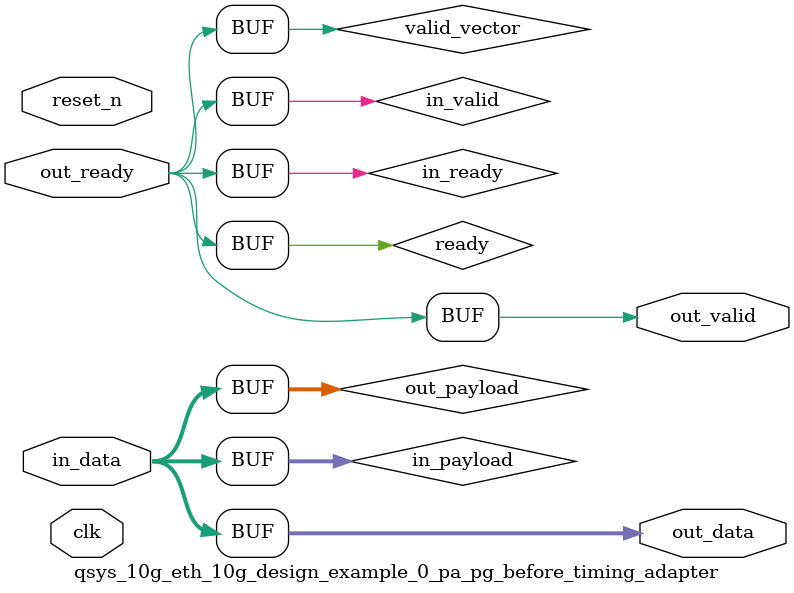
<source format=v>

`timescale 1ns / 100ps
module qsys_10g_eth_10g_design_example_0_pa_pg_before_timing_adapter (
    
      // Interface: clk
      input              clk,
      // Interface: reset
      input              reset_n,
      // Interface: in
      input      [ 1: 0] in_data,
      // Interface: out
      output reg [ 1: 0] out_data,
      input              out_ready,
      output reg         out_valid
);




   // ---------------------------------------------------------------------
   //| Signal Declarations
   // ---------------------------------------------------------------------

   reg  [ 1: 0] in_payload;
   reg  [ 1: 0] out_payload;
   reg  [ 0: 0] ready;
   reg          in_ready;
   // synthesis translate_off
   always @(negedge in_ready) begin
      $display("%m: The downstream component is backpressuring by deasserting ready, but the upstream component can't be backpressured.");
   end
   // synthesis translate_on   
   reg          in_valid;
   reg  [ 0: 0] valid_vector;


   // ---------------------------------------------------------------------
   //| Payload Mapping
   // ---------------------------------------------------------------------
   always @* begin
     in_payload = {in_data};
     {out_data} = out_payload;
   end

   // ---------------------------------------------------------------------
   //| Ready & valid signals.
   // ---------------------------------------------------------------------
   always @* begin
     ready[0] = out_ready;
     out_valid = in_valid;
     out_payload = in_payload;
     in_ready = ready[0];
   end



   // ---------------------------------------------------------------------
   //| Input Valid Generation
   // ---------------------------------------------------------------------
   always @* begin
      valid_vector[0] = in_ready;
      in_valid        = valid_vector[0];
   end


endmodule


</source>
